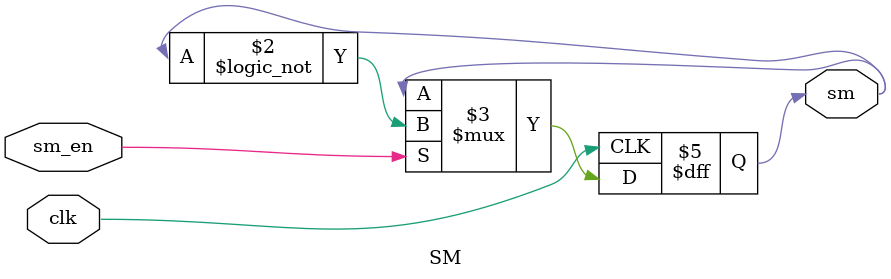
<source format=v>
module SM(clk,sm,sm_en);
	input clk,sm_en;
	output reg sm;
	always@(negedge clk) 
	begin
	if(sm_en) sm<=!sm;
	else ;
	end
endmodule

</source>
